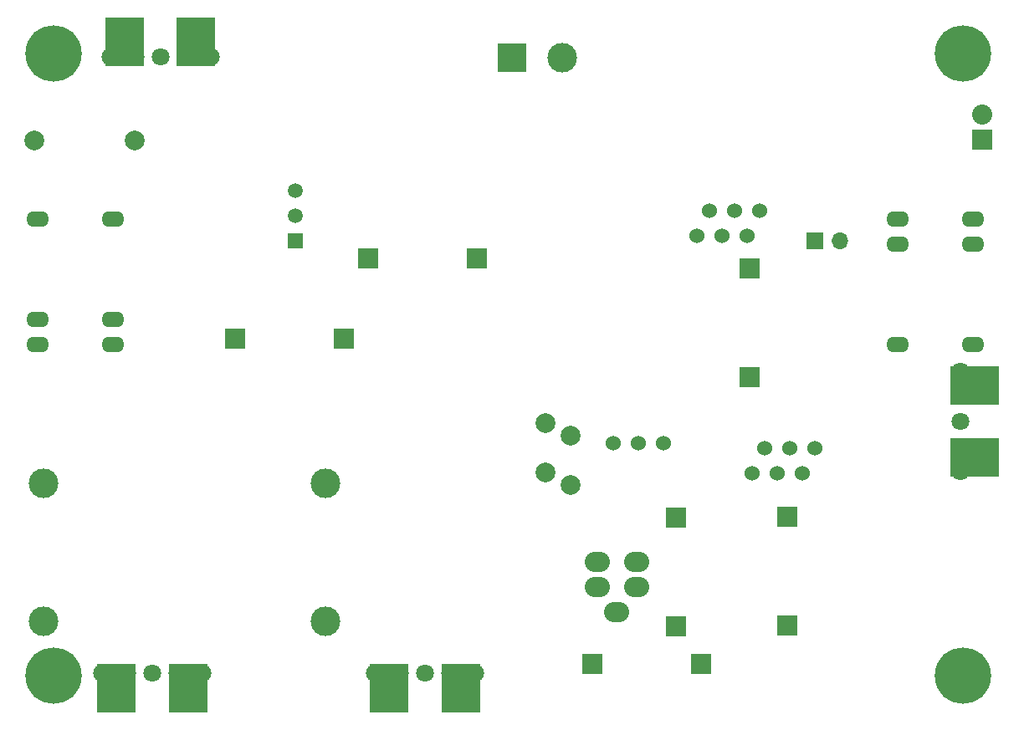
<source format=gbs>
G04 #@! TF.FileFunction,Soldermask,Bot*
%FSLAX46Y46*%
G04 Gerber Fmt 4.6, Leading zero omitted, Abs format (unit mm)*
G04 Created by KiCad (PCBNEW 4.0.7-e2-6376~58~ubuntu14.04.1) date Sat Jan 12 07:03:05 2019*
%MOMM*%
%LPD*%
G01*
G04 APERTURE LIST*
%ADD10C,0.100000*%
%ADD11C,5.700000*%
%ADD12R,2.032000X2.032000*%
%ADD13O,2.032000X2.032000*%
%ADD14C,1.524000*%
%ADD15R,1.998980X1.998980*%
%ADD16O,2.300000X1.600000*%
%ADD17R,1.700000X1.700000*%
%ADD18O,1.700000X1.700000*%
%ADD19C,1.800000*%
%ADD20R,3.960000X5.000000*%
%ADD21R,5.000000X3.960000*%
%ADD22C,2.000000*%
%ADD23O,2.540000X2.032000*%
%ADD24C,1.520000*%
%ADD25R,1.520000X1.520000*%
%ADD26C,2.999740*%
%ADD27R,3.000000X3.000000*%
%ADD28C,3.000000*%
%ADD29C,1.998980*%
G04 APERTURE END LIST*
D10*
D11*
X59000000Y-83000000D03*
X151000000Y-146000000D03*
X151000000Y-83000000D03*
D12*
X153000000Y-91700000D03*
D13*
X153000000Y-89160000D03*
D14*
X136000000Y-123000000D03*
X134730000Y-125540000D03*
X133460000Y-123000000D03*
X132190000Y-125540000D03*
X130920000Y-123000000D03*
X129650000Y-125540000D03*
X118160000Y-122500000D03*
X115620000Y-122500000D03*
X120700000Y-122500000D03*
D15*
X101801640Y-103800000D03*
X90798360Y-103800000D03*
D11*
X59000000Y-146000000D03*
D15*
X129400000Y-115801640D03*
X129400000Y-104798360D03*
D16*
X65020000Y-99800000D03*
X65020000Y-109960000D03*
X57400000Y-99800000D03*
X57400000Y-109960000D03*
X65020000Y-112500000D03*
X57400000Y-112500000D03*
X144380000Y-112500000D03*
X144380000Y-102340000D03*
X152000000Y-112500000D03*
X152000000Y-102340000D03*
X144380000Y-99800000D03*
X152000000Y-99800000D03*
D17*
X136000000Y-102000000D03*
D18*
X138540000Y-102000000D03*
D14*
X124100000Y-101500000D03*
X125370000Y-98960000D03*
X126640000Y-101500000D03*
X127910000Y-98960000D03*
X129180000Y-101500000D03*
X130450000Y-98960000D03*
D19*
X101680000Y-145743000D03*
X91520000Y-145743000D03*
D20*
X92980000Y-147250000D03*
X100220000Y-147250000D03*
D19*
X99140000Y-145743000D03*
X94060000Y-145743000D03*
X96600000Y-145743000D03*
X74080000Y-145743000D03*
X63920000Y-145743000D03*
D20*
X65380000Y-147250000D03*
X72620000Y-147250000D03*
D19*
X71540000Y-145743000D03*
X66460000Y-145743000D03*
X69000000Y-145743000D03*
X64720000Y-83357000D03*
X74880000Y-83357000D03*
D20*
X73420000Y-81850000D03*
X66180000Y-81850000D03*
D19*
X67260000Y-83357000D03*
X72340000Y-83357000D03*
X69800000Y-83357000D03*
X150743000Y-115170000D03*
X150743000Y-125330000D03*
D21*
X152250000Y-123870000D03*
X152250000Y-116630000D03*
D19*
X150743000Y-117710000D03*
X150743000Y-122790000D03*
X150743000Y-120250000D03*
D22*
X111300000Y-126700000D03*
X108760000Y-125430000D03*
X111300000Y-121680000D03*
X108760000Y-120410000D03*
D23*
X114000000Y-137000000D03*
X114000000Y-134460000D03*
X116000000Y-139540000D03*
X118000000Y-137000000D03*
X118000000Y-134460000D03*
D24*
X83450000Y-99460000D03*
X83450000Y-96920000D03*
D25*
X83450000Y-102000000D03*
D26*
X86500000Y-140500000D03*
X86500000Y-126500000D03*
X58000000Y-126500000D03*
X58000000Y-140500000D03*
D27*
X105400000Y-83400000D03*
D28*
X110480000Y-83400000D03*
D29*
X67200000Y-91800000D03*
X57040000Y-91800000D03*
D15*
X133250000Y-140951640D03*
X133250000Y-129948360D03*
X124501640Y-144800000D03*
X113498360Y-144800000D03*
X122000000Y-129998360D03*
X122000000Y-141001640D03*
X88401640Y-111900000D03*
X77398360Y-111900000D03*
M02*

</source>
